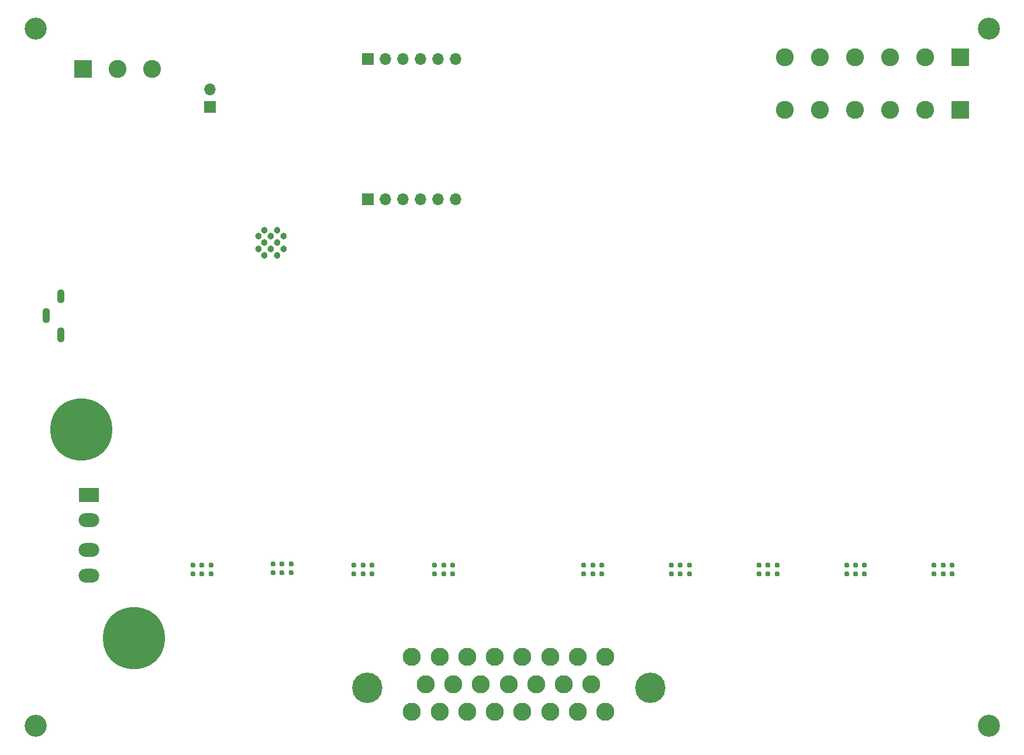
<source format=gbr>
%TF.GenerationSoftware,KiCad,Pcbnew,7.0.9*%
%TF.CreationDate,2024-01-10T08:13:28-06:00*%
%TF.ProjectId,RC15,52433135-2e6b-4696-9361-645f70636258,rev?*%
%TF.SameCoordinates,Original*%
%TF.FileFunction,Soldermask,Bot*%
%TF.FilePolarity,Negative*%
%FSLAX46Y46*%
G04 Gerber Fmt 4.6, Leading zero omitted, Abs format (unit mm)*
G04 Created by KiCad (PCBNEW 7.0.9) date 2024-01-10 08:13:28*
%MOMM*%
%LPD*%
G01*
G04 APERTURE LIST*
%ADD10C,0.966000*%
%ADD11R,2.600000X2.600000*%
%ADD12C,2.600000*%
%ADD13C,0.770000*%
%ADD14C,3.200000*%
%ADD15R,1.700000X1.700000*%
%ADD16O,1.700000X1.700000*%
%ADD17C,2.625000*%
%ADD18C,4.395000*%
%ADD19O,1.100000X2.000000*%
%ADD20O,1.100000X2.200000*%
%ADD21C,9.000000*%
%ADD22R,3.000000X2.000000*%
%ADD23O,3.000000X2.000000*%
G04 APERTURE END LIST*
D10*
%TO.C,U15*%
X58503600Y-52639300D03*
X56668600Y-52639300D03*
X59421100Y-53556800D03*
X57586100Y-53556800D03*
X55751100Y-53556800D03*
X58503600Y-54474300D03*
X56668600Y-54474300D03*
X59421100Y-55391800D03*
X57586100Y-55391800D03*
X55751100Y-55391800D03*
X58503600Y-56309300D03*
X56668600Y-56309300D03*
%TD*%
D11*
%TO.C,J8*%
X30400000Y-29300000D03*
D12*
X35400000Y-29300000D03*
X40400000Y-29300000D03*
%TD*%
D13*
%TO.C,U10*%
X102900000Y-102450000D03*
X104200000Y-102450000D03*
X105500000Y-102450000D03*
X102900000Y-101150000D03*
X104200000Y-101150000D03*
X105500000Y-101150000D03*
%TD*%
D14*
%TO.C, *%
X23500000Y-23500000D03*
%TD*%
D15*
%TO.C,J7*%
X71610000Y-48200000D03*
D16*
X74150000Y-48200000D03*
X76690000Y-48200000D03*
X79230000Y-48200000D03*
X81770000Y-48200000D03*
X84310000Y-48200000D03*
%TD*%
D11*
%TO.C,KF3*%
X157365000Y-27595000D03*
X157365000Y-35215000D03*
D12*
X152285000Y-27595000D03*
X152285000Y-35215000D03*
X147205000Y-27595000D03*
X147205000Y-35215000D03*
X142125000Y-27595000D03*
X142125000Y-35215000D03*
X137045000Y-27595000D03*
X137045000Y-35215000D03*
X131965000Y-27595000D03*
X131965000Y-35215000D03*
%TD*%
D15*
%TO.C,J3*%
X48800000Y-34825000D03*
D16*
X48800000Y-32285000D03*
%TD*%
D17*
%TO.C,J2*%
X78000000Y-114457200D03*
X82000000Y-114457200D03*
X86000000Y-114457200D03*
X90000000Y-114457200D03*
X94000000Y-114457200D03*
X98000000Y-114457200D03*
X102000000Y-114457200D03*
X106000000Y-114457200D03*
X80000000Y-118457200D03*
X84000000Y-118457200D03*
X88000000Y-118457200D03*
X92000000Y-118457200D03*
X96000000Y-118457200D03*
X100000000Y-118457200D03*
X104000000Y-118457200D03*
X78000000Y-122457200D03*
X82000000Y-122457200D03*
X86000000Y-122457200D03*
X90000000Y-122457200D03*
X94000000Y-122457200D03*
X98000000Y-122457200D03*
X102000000Y-122457200D03*
X106000000Y-122457200D03*
D18*
X71500000Y-118957200D03*
X112500000Y-118957200D03*
%TD*%
D14*
%TO.C, *%
X161500000Y-23500000D03*
%TD*%
D13*
%TO.C,U5*%
X57900000Y-102300000D03*
X59200000Y-102300000D03*
X60500000Y-102300000D03*
X57900000Y-101000000D03*
X59200000Y-101000000D03*
X60500000Y-101000000D03*
%TD*%
D19*
%TO.C,J1*%
X27184300Y-62215700D03*
D20*
X27184300Y-67815700D03*
X25034300Y-65015700D03*
%TD*%
D21*
%TO.C,J5*%
X37750000Y-111750000D03*
%TD*%
D13*
%TO.C,U2*%
X46300000Y-102450000D03*
X47600000Y-102450000D03*
X48900000Y-102450000D03*
X46300000Y-101150000D03*
X47600000Y-101150000D03*
X48900000Y-101150000D03*
%TD*%
%TO.C,U8*%
X69633332Y-102450000D03*
X70933332Y-102450000D03*
X72233332Y-102450000D03*
X69633332Y-101150000D03*
X70933332Y-101150000D03*
X72233332Y-101150000D03*
%TD*%
D15*
%TO.C,J10*%
X71610000Y-27880000D03*
D16*
X74150000Y-27880000D03*
X76690000Y-27880000D03*
X79230000Y-27880000D03*
X81770000Y-27880000D03*
X84310000Y-27880000D03*
%TD*%
D14*
%TO.C, *%
X23500000Y-124500000D03*
%TD*%
D21*
%TO.C,J6*%
X30150000Y-81550000D03*
%TD*%
D13*
%TO.C,U11*%
X115575000Y-102450000D03*
X116875000Y-102450000D03*
X118175000Y-102450000D03*
X115575000Y-101150000D03*
X116875000Y-101150000D03*
X118175000Y-101150000D03*
%TD*%
%TO.C,U9*%
X81300000Y-102450000D03*
X82600000Y-102450000D03*
X83900000Y-102450000D03*
X81300000Y-101150000D03*
X82600000Y-101150000D03*
X83900000Y-101150000D03*
%TD*%
%TO.C,U12*%
X128250000Y-102450000D03*
X129550000Y-102450000D03*
X130850000Y-102450000D03*
X128250000Y-101150000D03*
X129550000Y-101150000D03*
X130850000Y-101150000D03*
%TD*%
D14*
%TO.C, *%
X161500000Y-124500000D03*
%TD*%
D22*
%TO.C,F1*%
X31250000Y-91000000D03*
D23*
X31250000Y-94700000D03*
X31250000Y-99000000D03*
X31250000Y-102700000D03*
%TD*%
D13*
%TO.C,U13*%
X140925000Y-102450000D03*
X142225000Y-102450000D03*
X143525000Y-102450000D03*
X140925000Y-101150000D03*
X142225000Y-101150000D03*
X143525000Y-101150000D03*
%TD*%
%TO.C,U14*%
X153600000Y-102450000D03*
X154900000Y-102450000D03*
X156200000Y-102450000D03*
X153600000Y-101150000D03*
X154900000Y-101150000D03*
X156200000Y-101150000D03*
%TD*%
M02*

</source>
